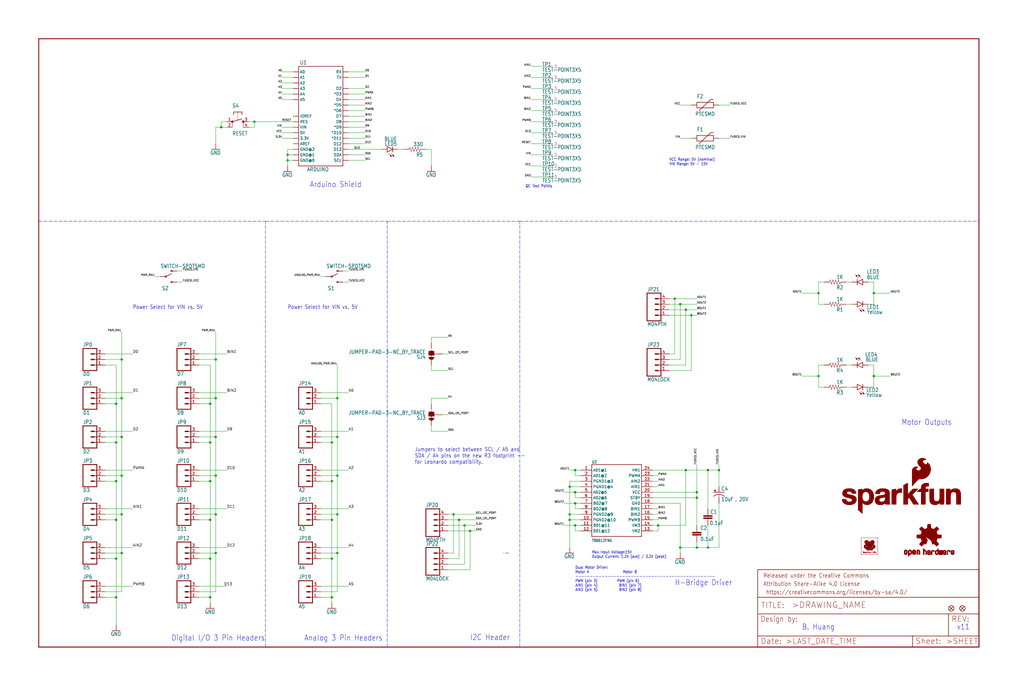
<source format=kicad_sch>
(kicad_sch (version 20211123) (generator eeschema)
  (paper "User" 470.306 317.906)
  (lib_symbols
    (symbol "eagleSchem-eagle-import:0.1UF-25V-5%(0603)"
      (property "Reference" "C" (at 1.524 2.921 0))
      (property "Value" "0.1UF-25V-5%(0603)" (at 1.524 -2.159 0))
      (symbol "0.1UF-25V-5%(0603)_1_0"
        (pin passive line (at 0 5.08 270) (length 2.54) (name "1") (number "1"))
        (pin passive line (at 0 -2.54 90) (length 2.54) (name "2") (number "2"))
      )
    )
    (symbol "eagleSchem-eagle-import:10UF-20V-10%(TANT)"
      (property "Reference" "C" (at 1.016 0.635 0))
      (property "Value" "10UF-20V-10%(TANT)" (at 1.016 -4.191 0))
      (symbol "10UF-20V-10%(TANT)_1_0"
        (pin passive line (at 0 2.54 270) (length 2.54) (name "+") (number "A"))
        (pin passive line (at 0 -5.08 90) (length 2.54) (name "-") (number "C"))
      )
    )
    (symbol "eagleSchem-eagle-import:1KOHM-1{slash}10W-1%(0603)"
      (property "Reference" "R" (at -3.81 1.4986 0))
      (property "Value" "1KOHM-1{slash}10W-1%(0603)" (at -3.81 -3.302 0))
      (symbol "1KOHM-1{slash}10W-1%(0603)_1_0"
        (pin passive line (at -5.08 0 0) (length 2.54) (name "1") (number "1"))
        (pin passive line (at 5.08 0 180) (length 2.54) (name "2") (number "2"))
      )
    )
    (symbol "eagleSchem-eagle-import:330OHM1{slash}10W1%(0603)"
      (property "Reference" "R" (at -3.81 1.4986 0))
      (property "Value" "330OHM1{slash}10W1%(0603)" (at -3.81 -3.302 0))
      (symbol "330OHM1{slash}10W1%(0603)_1_0"
        (pin passive line (at -5.08 0 0) (length 2.54) (name "1") (number "1"))
        (pin passive line (at 5.08 0 180) (length 2.54) (name "2") (number "2"))
      )
    )
    (symbol "eagleSchem-eagle-import:ARDUINO_R3_SHIELDUNO_R3_SHIELD_NOLABELS_LOCK"
      (property "Reference" "J" (at -9.652 21.082 0))
      (property "Value" "ARDUINO_R3_SHIELDUNO_R3_SHIELD_NOLABELS_LOCK" (at -6.35 -27.94 0))
      (symbol "ARDUINO_R3_SHIELDUNO_R3_SHIELD_NOLABELS_LOCK_1_0"
        (pin bidirectional line (at -12.7 -12.7 0) (length 2.54) (name "3.3V") (number "3.3V"))
        (pin bidirectional line (at -12.7 -10.16 0) (length 2.54) (name "5V") (number "5V"))
        (pin bidirectional line (at -12.7 17.78 0) (length 2.54) (name "A0") (number "A0"))
        (pin bidirectional line (at -12.7 15.24 0) (length 2.54) (name "A1") (number "A1"))
        (pin bidirectional line (at -12.7 12.7 0) (length 2.54) (name "A2") (number "A2"))
        (pin bidirectional line (at -12.7 10.16 0) (length 2.54) (name "A3") (number "A3"))
        (pin bidirectional line (at -12.7 7.62 0) (length 2.54) (name "A4") (number "A4"))
        (pin bidirectional line (at -12.7 5.08 0) (length 2.54) (name "A5") (number "A5"))
        (pin bidirectional line (at -12.7 -15.24 0) (length 2.54) (name "AREF") (number "AREF"))
        (pin bidirectional line (at 12.7 -10.16 180) (length 2.54) (name "*D10") (number "D10"))
        (pin bidirectional line (at 12.7 -12.7 180) (length 2.54) (name "*D11") (number "D11"))
        (pin bidirectional line (at 12.7 -15.24 180) (length 2.54) (name "D12") (number "D12"))
        (pin bidirectional line (at 12.7 -17.78 180) (length 2.54) (name "D13") (number "D13"))
        (pin bidirectional line (at 12.7 10.16 180) (length 2.54) (name "D2") (number "D2"))
        (pin bidirectional line (at 12.7 7.62 180) (length 2.54) (name "*D3") (number "D3"))
        (pin bidirectional line (at 12.7 5.08 180) (length 2.54) (name "D4") (number "D4"))
        (pin bidirectional line (at 12.7 2.54 180) (length 2.54) (name "*D5") (number "D5"))
        (pin bidirectional line (at 12.7 0 180) (length 2.54) (name "*D6") (number "D6"))
        (pin bidirectional line (at 12.7 -2.54 180) (length 2.54) (name "D7") (number "D7"))
        (pin bidirectional line (at 12.7 -5.08 180) (length 2.54) (name "D8") (number "D8"))
        (pin bidirectional line (at 12.7 -7.62 180) (length 2.54) (name "*D9") (number "D9"))
        (pin bidirectional line (at -12.7 -22.86 0) (length 2.54) (name "GND@0") (number "GND@0"))
        (pin bidirectional line (at -12.7 -20.32 0) (length 2.54) (name "GND@1") (number "GND@1"))
        (pin bidirectional line (at -12.7 -17.78 0) (length 2.54) (name "GND@2") (number "GND@2"))
        (pin bidirectional line (at -12.7 -2.54 0) (length 2.54) (name "IOREF") (number "IOREF"))
        (pin bidirectional line (at -12.7 -5.08 0) (length 2.54) (name "RES") (number "RES"))
        (pin bidirectional line (at 12.7 17.78 180) (length 2.54) (name "RX") (number "RX"))
        (pin bidirectional line (at 12.7 -22.86 180) (length 2.54) (name "SCL") (number "SCL"))
        (pin bidirectional line (at 12.7 -20.32 180) (length 2.54) (name "SDA") (number "SDA"))
        (pin bidirectional line (at 12.7 15.24 180) (length 2.54) (name "TX") (number "TX"))
        (pin bidirectional line (at -12.7 -7.62 0) (length 2.54) (name "VIN") (number "VIN"))
      )
    )
    (symbol "eagleSchem-eagle-import:FIDUCIAL1X2")
    (symbol "eagleSchem-eagle-import:FRAME-LEDGER"
      (symbol "FRAME-LEDGER_2_0"
        (text " https://creativecommons.org/licenses/by-sa/4.0/" (at 2.54 24.13 0) (effects (font (size 1.9304 1.6408)) (justify left bottom)))
        (text ">DRAWING_NAME" (at 15.494 17.78 0) (effects (font (size 2.7432 2.7432)) (justify left bottom)))
        (text ">LAST_DATE_TIME" (at 12.7 1.27 0) (effects (font (size 2.54 2.54)) (justify left bottom)))
        (text ">SHEET" (at 86.36 1.27 0) (effects (font (size 2.54 2.54)) (justify left bottom)))
        (text "Attribution Share-Alike 4.0 License" (at 2.54 27.94 0) (effects (font (size 1.9304 1.6408)) (justify left bottom)))
        (text "Date:" (at 1.27 1.27 0) (effects (font (size 2.54 2.54)) (justify left bottom)))
        (text "Design by:" (at 1.27 11.43 0) (effects (font (size 2.54 2.159)) (justify left bottom)))
        (text "Released under the Creative Commons" (at 2.54 31.75 0) (effects (font (size 1.9304 1.6408)) (justify left bottom)))
        (text "REV:" (at 88.9 11.43 0) (effects (font (size 2.54 2.54)) (justify left bottom)))
        (text "Sheet:" (at 72.39 1.27 0) (effects (font (size 2.54 2.54)) (justify left bottom)))
        (text "TITLE:" (at 1.524 17.78 0) (effects (font (size 2.54 2.54)) (justify left bottom)))
      )
    )
    (symbol "eagleSchem-eagle-import:GND" (power)
      (property "Value" "GND" (at -2.54 -2.54 0))
      (symbol "GND_1_0"
        (pin power_in line (at 0 2.54 270) (length 2.54) (name "GND") (number "1"))
      )
    )
    (symbol "eagleSchem-eagle-import:JUMPER-PAD-3-NC_BY_TRACE"
      (property "Reference" "SJ" (at 2.54 0.381 0))
      (property "Value" "JUMPER-PAD-3-NC_BY_TRACE" (at 2.54 -1.905 0))
      (symbol "JUMPER-PAD-3-NC_BY_TRACE_1_0"
        (pin passive line (at 0 5.08 270) (length 2.54) (name "1") (number "1"))
        (pin passive line (at -5.08 0 0) (length 2.54) (name "2") (number "2"))
        (pin passive line (at 0 -5.08 90) (length 2.54) (name "3") (number "3"))
      )
    )
    (symbol "eagleSchem-eagle-import:LED-BLUE0603"
      (property "Reference" "D" (at 3.556 -4.572 90))
      (property "Value" "LED-BLUE0603" (at 5.715 -4.572 90))
      (symbol "LED-BLUE0603_1_0"
        (pin passive line (at 0 2.54 270) (length 2.54) (name "A") (number "A"))
        (pin passive line (at 0 -5.08 90) (length 2.54) (name "C") (number "C"))
      )
    )
    (symbol "eagleSchem-eagle-import:LED-YELLOW0603"
      (property "Reference" "D" (at 3.556 -4.572 90))
      (property "Value" "LED-YELLOW0603" (at 5.715 -4.572 90))
      (symbol "LED-YELLOW0603_1_0"
        (pin passive line (at 0 2.54 270) (length 2.54) (name "A") (number "A"))
        (pin passive line (at 0 -5.08 90) (length 2.54) (name "C") (number "C"))
      )
    )
    (symbol "eagleSchem-eagle-import:M03LOCK"
      (property "Reference" "JP" (at -2.54 5.842 0))
      (property "Value" "M03LOCK" (at -2.54 -7.62 0))
      (symbol "M03LOCK_1_0"
        (pin passive line (at 7.62 -2.54 180) (length 5.08) (name "1") (number "1"))
        (pin passive line (at 7.62 0 180) (length 5.08) (name "2") (number "2"))
        (pin passive line (at 7.62 2.54 180) (length 5.08) (name "3") (number "3"))
      )
    )
    (symbol "eagleSchem-eagle-import:M04LOCK"
      (property "Reference" "JP" (at -5.08 8.382 0))
      (property "Value" "M04LOCK" (at -5.08 -7.62 0))
      (symbol "M04LOCK_1_0"
        (pin passive line (at 5.08 -2.54 180) (length 5.08) (name "1") (number "1"))
        (pin passive line (at 5.08 0 180) (length 5.08) (name "2") (number "2"))
        (pin passive line (at 5.08 2.54 180) (length 5.08) (name "3") (number "3"))
        (pin passive line (at 5.08 5.08 180) (length 5.08) (name "4") (number "4"))
      )
    )
    (symbol "eagleSchem-eagle-import:M04PTH"
      (property "Reference" "JP" (at -5.08 8.382 0))
      (property "Value" "M04PTH" (at -5.08 -7.62 0))
      (symbol "M04PTH_1_0"
        (pin passive line (at 5.08 -2.54 180) (length 5.08) (name "1") (number "1"))
        (pin passive line (at 5.08 0 180) (length 5.08) (name "2") (number "2"))
        (pin passive line (at 5.08 2.54 180) (length 5.08) (name "3") (number "3"))
        (pin passive line (at 5.08 5.08 180) (length 5.08) (name "4") (number "4"))
      )
    )
    (symbol "eagleSchem-eagle-import:OSHW-LOGOM")
    (symbol "eagleSchem-eagle-import:PTCSMD"
      (property "Reference" "F" (at -2.54 3.048 0))
      (property "Value" "PTCSMD" (at -3.302 -5.08 0))
      (symbol "PTCSMD_1_0"
        (pin bidirectional line (at -5.08 0 0) (length 2.54) (name "1") (number "1"))
        (pin bidirectional line (at 7.62 0 180) (length 2.54) (name "2") (number "2"))
      )
    )
    (symbol "eagleSchem-eagle-import:SFE_LOGO_FLAME.2COP")
    (symbol "eagleSchem-eagle-import:SFE_LOGO_NAME_FLAME.1_INCH")
    (symbol "eagleSchem-eagle-import:SFE_LUDUSSFE_LUDUS-M"
      (symbol "SFE_LUDUSSFE_LUDUS-M_1_0"
        (text "Sparkfun EDU" (at 3.81 0.635 0) (effects (font (size 0.6096 0.6096)) (justify bottom)))
      )
    )
    (symbol "eagleSchem-eagle-import:SWITCH-SPDTSMD"
      (property "Reference" "S" (at -1.905 -6.35 0))
      (property "Value" "SWITCH-SPDTSMD" (at -2.54 3.81 0))
      (symbol "SWITCH-SPDTSMD_1_0"
        (pin passive line (at 5.08 2.54 180) (length 2.54) (name "O") (number "1"))
        (pin passive line (at -2.54 0 0) (length 2.54) (name "P") (number "2"))
        (pin passive line (at 5.08 -2.54 180) (length 2.54) (name "S") (number "3"))
      )
    )
    (symbol "eagleSchem-eagle-import:TAC_SWITCHSMD"
      (property "Reference" "S" (at -2.54 6.35 0))
      (property "Value" "TAC_SWITCHSMD" (at -2.54 -6.35 0))
      (symbol "TAC_SWITCHSMD_1_0"
        (pin passive line (at -5.08 0 0) (length 2.54) (name "1") (number "1"))
        (pin passive line (at -5.08 -2.54 0) (length 2.54) (name "2") (number "2"))
        (pin passive line (at 5.08 0 180) (length 2.54) (name "3") (number "3"))
        (pin passive line (at 5.08 -2.54 180) (length 2.54) (name "4") (number "4"))
      )
    )
    (symbol "eagleSchem-eagle-import:TB6612FNG"
      (property "Value" "TB6612FNG" (at -12.7 -20.32 0))
      (symbol "TB6612FNG_1_0"
        (pin bidirectional line (at -17.78 12.7 0) (length 5.08) (name "A01@1") (number "1"))
        (pin bidirectional line (at -17.78 -10.16 0) (length 5.08) (name "PGND2@10") (number "10"))
        (pin bidirectional line (at -17.78 -12.7 0) (length 5.08) (name "B01@11") (number "11"))
        (pin bidirectional line (at -17.78 -15.24 0) (length 5.08) (name "B01@12") (number "12"))
        (pin bidirectional line (at 15.24 -15.24 180) (length 5.08) (name "VM2") (number "13"))
        (pin bidirectional line (at 15.24 -12.7 180) (length 5.08) (name "VM3") (number "14"))
        (pin bidirectional line (at 15.24 -10.16 180) (length 5.08) (name "PWMB") (number "15"))
        (pin bidirectional line (at 15.24 -7.62 180) (length 5.08) (name "BIN2") (number "16"))
        (pin bidirectional line (at 15.24 -5.08 180) (length 5.08) (name "BIN1") (number "17"))
        (pin bidirectional line (at 15.24 -2.54 180) (length 5.08) (name "GND") (number "18"))
        (pin bidirectional line (at 15.24 0 180) (length 5.08) (name "STBY") (number "19"))
        (pin bidirectional line (at -17.78 10.16 0) (length 5.08) (name "A01@2") (number "2"))
        (pin bidirectional line (at 15.24 2.54 180) (length 5.08) (name "VCC") (number "20"))
        (pin bidirectional line (at 15.24 5.08 180) (length 5.08) (name "AIN1") (number "21"))
        (pin bidirectional line (at 15.24 7.62 180) (length 5.08) (name "AIN2") (number "22"))
        (pin bidirectional line (at 15.24 10.16 180) (length 5.08) (name "PWMA") (number "23"))
        (pin bidirectional line (at 15.24 12.7 180) (length 5.08) (name "VM1") (number "24"))
        (pin bidirectional line (at -17.78 7.62 0) (length 5.08) (name "PGND1@3") (number "3"))
        (pin bidirectional line (at -17.78 5.08 0) (length 5.08) (name "PGND1@4") (number "4"))
        (pin bidirectional line (at -17.78 2.54 0) (length 5.08) (name "A02@5") (number "5"))
        (pin bidirectional line (at -17.78 0 0) (length 5.08) (name "A02@6") (number "6"))
        (pin bidirectional line (at -17.78 -2.54 0) (length 5.08) (name "B02@7") (number "7"))
        (pin bidirectional line (at -17.78 -5.08 0) (length 5.08) (name "B02@8") (number "8"))
        (pin bidirectional line (at -17.78 -7.62 0) (length 5.08) (name "PGND2@9") (number "9"))
      )
    )
    (symbol "eagleSchem-eagle-import:TEST-POINT3X5"
      (property "Reference" "TP" (at -2.54 2.54 0))
      (property "Value" "TEST-POINT3X5" (at -2.54 -2.54 0))
      (symbol "TEST-POINT3X5_1_0"
        (pin bidirectional line (at 0 0 180) (length 0) (name "1") (number "P$1"))
      )
    )
  )
  (junction (at 53.34 185.42))
  (junction (at 116.84 55.88))
  (junction (at 261.62 223.52))
  (junction (at 302.26 241.3))
  (junction (at 53.34 203.2))
  (junction (at 99.06 218.44))
  (junction (at 320.04 251.46))
  (junction (at 330.2 215.9))
  (junction (at 152.4 220.98))
  (junction (at 314.96 215.9))
  (junction (at 99.06 182.88))
  (junction (at 55.88 182.88))
  (junction (at 53.34 274.32))
  (junction (at 99.06 200.66))
  (junction (at 96.52 274.32))
  (junction (at 208.28 236.22))
  (junction (at 401.32 172.72))
  (junction (at 53.34 256.54))
  (junction (at 99.06 165.1))
  (junction (at 309.88 137.16))
  (junction (at 152.4 274.32))
  (junction (at 152.4 256.54))
  (junction (at 55.88 254))
  (junction (at 320.04 228.6))
  (junction (at 264.16 231.14))
  (junction (at 96.52 203.2))
  (junction (at 401.32 134.62))
  (junction (at 152.4 203.2))
  (junction (at 132.08 71.12))
  (junction (at 99.06 236.22))
  (junction (at 55.88 236.22))
  (junction (at 264.16 215.9))
  (junction (at 375.92 172.72))
  (junction (at 96.52 220.98))
  (junction (at 314.96 142.24))
  (junction (at 96.52 256.54))
  (junction (at 154.94 236.22))
  (junction (at 154.94 218.44))
  (junction (at 264.16 226.06))
  (junction (at 55.88 218.44))
  (junction (at 261.62 238.76))
  (junction (at 96.52 185.42))
  (junction (at 96.52 238.76))
  (junction (at 55.88 165.1))
  (junction (at 320.04 226.06))
  (junction (at 317.5 144.78))
  (junction (at 53.34 220.98))
  (junction (at 132.08 73.66))
  (junction (at 325.12 251.46))
  (junction (at 261.62 236.22))
  (junction (at 312.42 139.7))
  (junction (at 312.42 251.46))
  (junction (at 154.94 182.88))
  (junction (at 154.94 254))
  (junction (at 375.92 134.62))
  (junction (at 55.88 200.66))
  (junction (at 325.12 215.9))
  (junction (at 99.06 254))
  (junction (at 154.94 200.66))
  (junction (at 264.16 241.3))
  (junction (at 152.4 238.76))
  (junction (at 215.9 243.84))
  (junction (at 53.34 238.76))
  (junction (at 213.36 241.3))
  (junction (at 210.82 238.76))
  (junction (at 101.6 58.42))
  (wire (pts (xy 208.28 254) (xy 208.28 236.22)))
  (wire (pts (xy 398.78 177.8) (xy 401.32 177.8)))
  (wire (pts (xy 261.62 236.22) (xy 261.62 238.76)))
  (wire (pts (xy 154.94 236.22) (xy 154.94 218.44)))
  (wire (pts (xy 299.72 236.22) (xy 302.26 236.22)))
  (wire (pts (xy 205.74 259.08) (xy 213.36 259.08)))
  (wire (pts (xy 317.5 170.18) (xy 307.34 170.18)))
  (wire (pts (xy 91.44 200.66) (xy 99.06 200.66)))
  (wire (pts (xy 320.04 251.46) (xy 312.42 251.46)))
  (wire (pts (xy 134.62 33.02) (xy 129.54 33.02)))
  (wire (pts (xy 147.32 236.22) (xy 154.94 236.22)))
  (wire (pts (xy 53.34 185.42) (xy 53.34 203.2)))
  (wire (pts (xy 53.34 256.54) (xy 53.34 274.32)))
  (wire (pts (xy 96.52 167.64) (xy 96.52 185.42)))
  (wire (pts (xy 55.88 200.66) (xy 55.88 182.88)))
  (wire (pts (xy 134.62 73.66) (xy 132.08 73.66)))
  (wire (pts (xy 55.88 182.88) (xy 55.88 165.1)))
  (wire (pts (xy 198.12 167.64) (xy 198.12 170.18)))
  (wire (pts (xy 53.34 238.76) (xy 53.34 256.54)))
  (wire (pts (xy 251.46 35.56) (xy 243.84 35.56)))
  (wire (pts (xy 134.62 68.58) (xy 132.08 68.58)))
  (wire (pts (xy 299.72 243.84) (xy 302.26 243.84)))
  (wire (pts (xy 154.94 182.88) (xy 154.94 167.64)))
  (wire (pts (xy 264.16 226.06) (xy 264.16 228.6)))
  (wire (pts (xy 53.34 167.64) (xy 53.34 185.42)))
  (wire (pts (xy 198.12 185.42) (xy 198.12 182.88)))
  (wire (pts (xy 96.52 256.54) (xy 96.52 238.76)))
  (wire (pts (xy 99.06 218.44) (xy 99.06 200.66)))
  (wire (pts (xy 55.88 254) (xy 55.88 236.22)))
  (wire (pts (xy 152.4 220.98) (xy 147.32 220.98)))
  (wire (pts (xy 299.72 238.76) (xy 302.26 238.76)))
  (wire (pts (xy 147.32 274.32) (xy 152.4 274.32)))
  (wire (pts (xy 203.2 190.5) (xy 205.74 190.5)))
  (wire (pts (xy 91.44 185.42) (xy 96.52 185.42)))
  (wire (pts (xy 299.72 215.9) (xy 314.96 215.9)))
  (wire (pts (xy 378.46 139.7) (xy 375.92 139.7)))
  (wire (pts (xy 299.72 226.06) (xy 320.04 226.06)))
  (wire (pts (xy 266.7 238.76) (xy 261.62 238.76)))
  (wire (pts (xy 91.44 165.1) (xy 99.06 165.1)))
  (wire (pts (xy 309.88 137.16) (xy 320.04 137.16)))
  (wire (pts (xy 55.88 218.44) (xy 55.88 200.66)))
  (wire (pts (xy 375.92 139.7) (xy 375.92 134.62)))
  (wire (pts (xy 266.7 236.22) (xy 261.62 236.22)))
  (wire (pts (xy 81.28 129.54) (xy 83.82 129.54)))
  (wire (pts (xy 330.2 48.26) (xy 335.28 48.26)))
  (wire (pts (xy 325.12 215.9) (xy 325.12 233.68)))
  (wire (pts (xy 48.26 233.68) (xy 60.96 233.68)))
  (wire (pts (xy 320.04 228.6) (xy 320.04 241.3)))
  (wire (pts (xy 132.08 68.58) (xy 132.08 71.12)))
  (polyline (pts (xy 175.26 297.18) (xy 177.8 297.18)))
  (wire (pts (xy 147.32 215.9) (xy 160.02 215.9)))
  (wire (pts (xy 261.62 238.76) (xy 261.62 251.46)))
  (wire (pts (xy 99.06 165.1) (xy 99.06 152.4)))
  (wire (pts (xy 104.14 58.42) (xy 101.6 58.42)))
  (polyline (pts (xy 177.8 101.6) (xy 238.76 101.6)))
  (wire (pts (xy 312.42 165.1) (xy 307.34 165.1)))
  (wire (pts (xy 48.26 185.42) (xy 53.34 185.42)))
  (wire (pts (xy 160.02 45.72) (xy 167.64 45.72)))
  (wire (pts (xy 205.74 241.3) (xy 213.36 241.3)))
  (wire (pts (xy 91.44 236.22) (xy 99.06 236.22)))
  (wire (pts (xy 160.02 58.42) (xy 167.64 58.42)))
  (wire (pts (xy 134.62 60.96) (xy 129.54 60.96)))
  (wire (pts (xy 147.32 269.24) (xy 160.02 269.24)))
  (wire (pts (xy 147.32 203.2) (xy 152.4 203.2)))
  (wire (pts (xy 160.02 43.18) (xy 167.64 43.18)))
  (wire (pts (xy 152.4 203.2) (xy 152.4 220.98)))
  (wire (pts (xy 198.12 182.88) (xy 205.74 182.88)))
  (wire (pts (xy 388.62 177.8) (xy 391.16 177.8)))
  (wire (pts (xy 99.06 200.66) (xy 99.06 182.88)))
  (wire (pts (xy 261.62 223.52) (xy 261.62 236.22)))
  (wire (pts (xy 91.44 198.12) (xy 104.14 198.12)))
  (wire (pts (xy 266.7 233.68) (xy 264.16 233.68)))
  (wire (pts (xy 320.04 226.06) (xy 320.04 228.6)))
  (wire (pts (xy 99.06 236.22) (xy 99.06 218.44)))
  (wire (pts (xy 114.3 55.88) (xy 116.84 55.88)))
  (wire (pts (xy 157.48 129.54) (xy 160.02 129.54)))
  (wire (pts (xy 91.44 182.88) (xy 99.06 182.88)))
  (wire (pts (xy 48.26 271.78) (xy 55.88 271.78)))
  (wire (pts (xy 251.46 66.04) (xy 243.84 66.04)))
  (wire (pts (xy 264.16 241.3) (xy 259.08 241.3)))
  (wire (pts (xy 205.74 236.22) (xy 208.28 236.22)))
  (wire (pts (xy 147.32 218.44) (xy 154.94 218.44)))
  (wire (pts (xy 134.62 40.64) (xy 129.54 40.64)))
  (wire (pts (xy 147.32 198.12) (xy 160.02 198.12)))
  (wire (pts (xy 251.46 45.72) (xy 243.84 45.72)))
  (wire (pts (xy 266.7 215.9) (xy 264.16 215.9)))
  (wire (pts (xy 320.04 226.06) (xy 320.04 213.36)))
  (wire (pts (xy 325.12 251.46) (xy 325.12 241.3)))
  (wire (pts (xy 251.46 76.2) (xy 243.84 76.2)))
  (polyline (pts (xy 238.76 297.18) (xy 238.76 101.6)))
  (wire (pts (xy 198.12 198.12) (xy 205.74 198.12)))
  (wire (pts (xy 251.46 71.12) (xy 243.84 71.12)))
  (wire (pts (xy 154.94 271.78) (xy 154.94 254)))
  (wire (pts (xy 154.94 218.44) (xy 154.94 200.66)))
  (wire (pts (xy 401.32 177.8) (xy 401.32 172.72)))
  (wire (pts (xy 147.32 200.66) (xy 154.94 200.66)))
  (wire (pts (xy 302.26 243.84) (xy 302.26 241.3)))
  (wire (pts (xy 312.42 139.7) (xy 320.04 139.7)))
  (wire (pts (xy 157.48 124.46) (xy 160.02 124.46)))
  (wire (pts (xy 251.46 40.64) (xy 243.84 40.64)))
  (wire (pts (xy 251.46 30.48) (xy 243.84 30.48)))
  (wire (pts (xy 208.28 236.22) (xy 218.44 236.22)))
  (wire (pts (xy 160.02 35.56) (xy 167.64 35.56)))
  (wire (pts (xy 147.32 180.34) (xy 160.02 180.34)))
  (wire (pts (xy 264.16 226.06) (xy 259.08 226.06)))
  (wire (pts (xy 101.6 58.42) (xy 99.06 58.42)))
  (wire (pts (xy 266.7 226.06) (xy 264.16 226.06)))
  (wire (pts (xy 147.32 271.78) (xy 154.94 271.78)))
  (wire (pts (xy 205.74 254) (xy 208.28 254)))
  (wire (pts (xy 378.46 177.8) (xy 375.92 177.8)))
  (wire (pts (xy 375.92 172.72) (xy 375.92 167.64)))
  (wire (pts (xy 160.02 50.8) (xy 167.64 50.8)))
  (wire (pts (xy 152.4 238.76) (xy 152.4 220.98)))
  (wire (pts (xy 116.84 55.88) (xy 134.62 55.88)))
  (wire (pts (xy 91.44 218.44) (xy 99.06 218.44)))
  (wire (pts (xy 330.2 215.9) (xy 330.2 213.36)))
  (wire (pts (xy 91.44 274.32) (xy 96.52 274.32)))
  (wire (pts (xy 91.44 162.56) (xy 104.14 162.56)))
  (wire (pts (xy 198.12 195.58) (xy 198.12 198.12)))
  (wire (pts (xy 266.7 241.3) (xy 264.16 241.3)))
  (wire (pts (xy 152.4 274.32) (xy 152.4 256.54)))
  (wire (pts (xy 134.62 43.18) (xy 129.54 43.18)))
  (wire (pts (xy 401.32 167.64) (xy 398.78 167.64)))
  (wire (pts (xy 314.96 142.24) (xy 320.04 142.24)))
  (wire (pts (xy 101.6 55.88) (xy 104.14 55.88)))
  (wire (pts (xy 160.02 60.96) (xy 167.64 60.96)))
  (wire (pts (xy 48.26 198.12) (xy 60.96 198.12)))
  (wire (pts (xy 398.78 139.7) (xy 401.32 139.7)))
  (wire (pts (xy 91.44 215.9) (xy 104.14 215.9)))
  (wire (pts (xy 91.44 269.24) (xy 104.14 269.24)))
  (wire (pts (xy 213.36 259.08) (xy 213.36 241.3)))
  (wire (pts (xy 147.32 182.88) (xy 154.94 182.88)))
  (wire (pts (xy 154.94 254) (xy 154.94 236.22)))
  (wire (pts (xy 99.06 271.78) (xy 99.06 254)))
  (wire (pts (xy 53.34 220.98) (xy 48.26 220.98)))
  (wire (pts (xy 401.32 134.62) (xy 401.32 129.54)))
  (wire (pts (xy 147.32 254) (xy 154.94 254)))
  (wire (pts (xy 198.12 76.2) (xy 198.12 68.58)))
  (polyline (pts (xy 238.76 101.6) (xy 449.58 101.6)))
  (wire (pts (xy 375.92 134.62) (xy 375.92 129.54)))
  (wire (pts (xy 375.92 129.54) (xy 378.46 129.54)))
  (wire (pts (xy 147.32 185.42) (xy 152.4 185.42)))
  (wire (pts (xy 48.26 254) (xy 55.88 254)))
  (wire (pts (xy 251.46 60.96) (xy 243.84 60.96)))
  (wire (pts (xy 215.9 261.62) (xy 215.9 243.84)))
  (wire (pts (xy 132.08 73.66) (xy 132.08 76.2)))
  (wire (pts (xy 375.92 134.62) (xy 368.3 134.62)))
  (wire (pts (xy 134.62 58.42) (xy 129.54 58.42)))
  (wire (pts (xy 48.26 238.76) (xy 53.34 238.76)))
  (wire (pts (xy 388.62 167.64) (xy 391.16 167.64)))
  (wire (pts (xy 299.72 233.68) (xy 302.26 233.68)))
  (polyline (pts (xy 233.68 254) (xy 231.14 254)))
  (wire (pts (xy 266.7 228.6) (xy 264.16 228.6)))
  (wire (pts (xy 330.2 251.46) (xy 325.12 251.46)))
  (wire (pts (xy 91.44 220.98) (xy 96.52 220.98)))
  (wire (pts (xy 264.16 231.14) (xy 264.16 233.68)))
  (wire (pts (xy 205.74 238.76) (xy 210.82 238.76)))
  (wire (pts (xy 205.74 261.62) (xy 215.9 261.62)))
  (polyline (pts (xy 121.92 297.18) (xy 121.92 101.6)))
  (wire (pts (xy 160.02 63.5) (xy 167.64 63.5)))
  (wire (pts (xy 48.26 180.34) (xy 60.96 180.34)))
  (wire (pts (xy 266.7 220.98) (xy 261.62 220.98)))
  (wire (pts (xy 375.92 172.72) (xy 368.3 172.72)))
  (wire (pts (xy 388.62 129.54) (xy 391.16 129.54)))
  (wire (pts (xy 264.16 231.14) (xy 259.08 231.14)))
  (wire (pts (xy 251.46 55.88) (xy 243.84 55.88)))
  (wire (pts (xy 320.04 248.92) (xy 320.04 251.46)))
  (wire (pts (xy 299.72 228.6) (xy 320.04 228.6)))
  (wire (pts (xy 205.74 256.54) (xy 210.82 256.54)))
  (wire (pts (xy 198.12 68.58) (xy 195.58 68.58)))
  (wire (pts (xy 160.02 71.12) (xy 167.64 71.12)))
  (wire (pts (xy 401.32 134.62) (xy 408.94 134.62)))
  (wire (pts (xy 314.96 167.64) (xy 307.34 167.64)))
  (wire (pts (xy 388.62 139.7) (xy 391.16 139.7)))
  (wire (pts (xy 99.06 58.42) (xy 99.06 66.04)))
  (wire (pts (xy 152.4 276.86) (xy 152.4 274.32)))
  (wire (pts (xy 91.44 233.68) (xy 104.14 233.68)))
  (wire (pts (xy 210.82 238.76) (xy 218.44 238.76)))
  (wire (pts (xy 134.62 63.5) (xy 129.54 63.5)))
  (wire (pts (xy 312.42 139.7) (xy 312.42 165.1)))
  (wire (pts (xy 264.16 215.9) (xy 264.16 218.44)))
  (wire (pts (xy 307.34 162.56) (xy 309.88 162.56)))
  (wire (pts (xy 307.34 144.78) (xy 317.5 144.78)))
  (wire (pts (xy 53.34 274.32) (xy 53.34 287.02)))
  (wire (pts (xy 160.02 53.34) (xy 167.64 53.34)))
  (wire (pts (xy 160.02 66.04) (xy 167.64 66.04)))
  (wire (pts (xy 317.5 48.26) (xy 312.42 48.26)))
  (wire (pts (xy 314.96 241.3) (xy 314.96 215.9)))
  (wire (pts (xy 175.26 68.58) (xy 160.02 68.58)))
  (wire (pts (xy 330.2 231.14) (xy 330.2 251.46)))
  (wire (pts (xy 48.26 165.1) (xy 55.88 165.1)))
  (wire (pts (xy 48.26 274.32) (xy 53.34 274.32)))
  (wire (pts (xy 401.32 139.7) (xy 401.32 134.62)))
  (wire (pts (xy 132.08 71.12) (xy 132.08 73.66)))
  (wire (pts (xy 149.86 127) (xy 147.32 127)))
  (wire (pts (xy 375.92 167.64) (xy 378.46 167.64)))
  (wire (pts (xy 147.32 256.54) (xy 152.4 256.54)))
  (wire (pts (xy 91.44 167.64) (xy 96.52 167.64)))
  (wire (pts (xy 251.46 81.28) (xy 243.84 81.28)))
  (wire (pts (xy 91.44 254) (xy 99.06 254)))
  (polyline (pts (xy 177.8 297.18) (xy 177.8 101.6)))
  (wire (pts (xy 147.32 238.76) (xy 152.4 238.76)))
  (wire (pts (xy 266.7 231.14) (xy 264.16 231.14)))
  (wire (pts (xy 116.84 58.42) (xy 116.84 55.88)))
  (wire (pts (xy 48.26 200.66) (xy 55.88 200.66)))
  (wire (pts (xy 251.46 50.8) (xy 243.84 50.8)))
  (wire (pts (xy 401.32 129.54) (xy 398.78 129.54)))
  (wire (pts (xy 160.02 40.64) (xy 167.64 40.64)))
  (wire (pts (xy 210.82 256.54) (xy 210.82 238.76)))
  (wire (pts (xy 299.72 220.98) (xy 302.26 220.98)))
  (wire (pts (xy 134.62 38.1) (xy 129.54 38.1)))
  (wire (pts (xy 299.72 223.52) (xy 302.26 223.52)))
  (wire (pts (xy 317.5 144.78) (xy 317.5 170.18)))
  (wire (pts (xy 81.28 124.46) (xy 83.82 124.46)))
  (wire (pts (xy 55.88 254) (xy 55.88 271.78)))
  (wire (pts (xy 91.44 238.76) (xy 96.52 238.76)))
  (wire (pts (xy 48.26 182.88) (xy 55.88 182.88)))
  (wire (pts (xy 48.26 167.64) (xy 53.34 167.64)))
  (wire (pts (xy 96.52 220.98) (xy 96.52 203.2)))
  (wire (pts (xy 309.88 162.56) (xy 309.88 137.16)))
  (wire (pts (xy 266.7 218.44) (xy 264.16 218.44)))
  (wire (pts (xy 48.26 269.24) (xy 60.96 269.24)))
  (wire (pts (xy 114.3 58.42) (xy 116.84 58.42)))
  (wire (pts (xy 312.42 251.46) (xy 312.42 254)))
  (wire (pts (xy 53.34 203.2) (xy 53.34 220.98)))
  (wire (pts (xy 147.32 251.46) (xy 160.02 251.46)))
  (wire (pts (xy 213.36 241.3) (xy 218.44 241.3)))
  (wire (pts (xy 198.12 157.48) (xy 198.12 154.94)))
  (wire (pts (xy 154.94 200.66) (xy 154.94 182.88)))
  (wire (pts (xy 48.26 203.2) (xy 53.34 203.2)))
  (wire (pts (xy 160.02 48.26) (xy 167.64 48.26)))
  (wire (pts (xy 264.16 215.9) (xy 261.62 215.9)))
  (wire (pts (xy 96.52 276.86) (xy 96.52 274.32)))
  (wire (pts (xy 96.52 185.42) (xy 96.52 203.2)))
  (wire (pts (xy 96.52 274.32) (xy 96.52 256.54)))
  (wire (pts (xy 299.72 218.44) (xy 302.26 218.44)))
  (wire (pts (xy 147.32 233.68) (xy 160.02 233.68)))
  (wire (pts (xy 317.5 144.78) (xy 320.04 144.78)))
  (wire (pts (xy 160.02 55.88) (xy 167.64 55.88)))
  (polyline (pts (xy 17.78 101.6) (xy 121.92 101.6)))
  (wire (pts (xy 48.26 236.22) (xy 55.88 236.22)))
  (wire (pts (xy 91.44 271.78) (xy 99.06 271.78)))
  (wire (pts (xy 330.2 215.9) (xy 325.12 215.9)))
  (wire (pts (xy 152.4 238.76) (xy 152.4 256.54)))
  (wire (pts (xy 96.52 203.2) (xy 91.44 203.2)))
  (wire (pts (xy 48.26 218.44) (xy 55.88 218.44)))
  (wire (pts (xy 261.62 220.98) (xy 261.62 223.52)))
  (wire (pts (xy 264.16 241.3) (xy 264.16 243.84)))
  (wire (pts (xy 307.34 139.7) (xy 312.42 139.7)))
  (wire (pts (xy 185.42 68.58) (xy 182.88 68.58)))
  (wire (pts (xy 401.32 172.72) (xy 401.32 167.64)))
  (wire (pts (xy 312.42 231.14) (xy 312.42 251.46)))
  (wire (pts (xy 101.6 58.42) (xy 101.6 55.88)))
  (wire (pts (xy 215.9 243.84) (xy 218.44 243.84)))
  (wire (pts (xy 99.06 182.88) (xy 99.06 165.1)))
  (wire (pts (xy 307.34 137.16) (xy 309.88 137.16)))
  (wire (pts (xy 96.52 220.98) (xy 96.52 238.76)))
  (wire (pts (xy 198.12 154.94) (xy 205.74 154.94)))
  (wire (pts (xy 55.88 236.22) (xy 55.88 218.44)))
  (wire (pts (xy 160.02 33.02) (xy 167.64 33.02)))
  (polyline (pts (xy 236.22 297.18) (xy 238.76 297.18)))
  (wire (pts (xy 312.42 63.5) (xy 317.5 63.5)))
  (wire (pts (xy 99.06 254) (xy 99.06 236.22)))
  (wire (pts (xy 302.26 241.3) (xy 314.96 241.3)))
  (wire (pts (xy 48.26 215.9) (xy 60.96 215.9)))
  (wire (pts (xy 401.32 172.72) (xy 408.94 172.72)))
  (wire (pts (xy 299.72 241.3) (xy 302.26 241.3)))
  (wire (pts (xy 91.44 251.46) (xy 104.14 251.46)))
  (wire (pts (xy 198.12 170.18) (xy 205.74 170.18)))
  (wire (pts (xy 91.44 180.34) (xy 104.14 180.34)))
  (wire (pts (xy 325.12 251.46) (xy 320.04 251.46)))
  (wire (pts (xy 203.2 162.56) (xy 205.74 162.56)))
  (wire (pts (xy 48.26 162.56) (xy 60.96 162.56)))
  (wire (pts (xy 314.96 215.9) (xy 325.12 215.9)))
  (wire (pts (xy 266.7 243.84) (xy 264.16 243.84)))
  (polyline (pts (xy 121.92 101.6) (xy 177.8 101.6)))
  (wire (pts (xy 48.26 256.54) (xy 53.34 256.54)))
  (wire (pts (xy 375.92 177.8) (xy 375.92 172.72)))
  (wire (pts (xy 152.4 185.42) (xy 152.4 203.2)))
  (wire (pts (xy 48.26 251.46) (xy 60.96 251.46)))
  (wire (pts (xy 91.44 256.54) (xy 96.52 256.54)))
  (wire (pts (xy 330.2 223.52) (xy 330.2 215.9)))
  (wire (pts (xy 73.66 127) (xy 71.12 127)))
  (wire (pts (xy 299.72 231.14) (xy 312.42 231.14)))
  (wire (pts (xy 53.34 238.76) (xy 53.34 220.98)))
  (wire (pts (xy 134.62 35.56) (xy 129.54 35.56)))
  (wire (pts (xy 266.7 223.52) (xy 261.62 223.52)))
  (wire (pts (xy 55.88 165.1) (xy 55.88 152.4)))
  (wire (pts (xy 160.02 73.66) (xy 167.64 73.66)))
  (wire (pts (xy 307.34 142.24) (xy 314.96 142.24)))
  (wire (pts (xy 205.74 243.84) (xy 215.9 243.84)))
  (wire (pts (xy 134.62 45.72) (xy 129.54 45.72)))
  (wire (pts (xy 134.62 71.12) (xy 132.08 71.12)))
  (wire (pts (xy 330.2 63.5) (xy 335.28 63.5)))
  (wire (pts (xy 314.96 167.64) (xy 314.96 142.24)))
  (text "Motor Outputs" (at 414.02 195.58 180) (effects (font (size 2.54 2.159)) (justify left bottom)))
  (text "Arduino Shield" (at 142.24 86.36 180) (effects (font (size 2.54 2.159)) (justify left bottom)))
  (text "Max Input Voltage:15V\nOutput Current: 1.2A (ave) / 3.2A (peak)" (at 271.78 256.54 0) (effects (font (size 1.27 1.0795)) (justify left bottom)))
  (text "Power Select for VIN vs. 5V" (at 132.08 142.24 180) (effects (font (size 1.778 1.5113)) (justify left bottom)))
  (text "QC Test Points" (at 241.3 86.36 180) (effects (font (size 1.27 1.0795)) (justify left bottom)))
  (text "I2C Header" (at 215.9 294.386 180) (effects (font (size 2.54 2.159)) (justify left bottom)))
  (text "Dual Motor Driver:\nMotor A                   Motor B\n------------------------------------------------\nPWM (pin 3)           PWM (pin 6)\nAIN1 (pin 4)            BIN1 (pin 7)\nAIN2 (pin 5)            BIN2 (pin 8)" (at 264.16 271.78 0) (effects (font (size 1.27 1.0795)) (justify left bottom)))
  (text "Digital I/O 3 Pin Headers" (at 78.74 294.64 180) (effects (font (size 2.54 2.159)) (justify left bottom)))
  (text "Analog 3 Pin Headers" (at 139.7 294.64 180) (effects (font (size 2.54 2.159)) (justify left bottom)))
  (text "B. Huang" (at 368.3 289.56 180) (effects (font (size 2.54 2.159)) (justify left bottom)))
  (text "v11" (at 439.42 289.56 180) (effects (font (size 2.54 2.159)) (justify left bottom)))
  (text "Power Select for VIN vs. 5V" (at 60.96 142.24 180) (effects (font (size 1.778 1.5113)) (justify left bottom)))
  (text "VCC Range: 5V (nominal)\nVIN Range: 5V - 15V" (at 307.34 76.2 180) (effects (font (size 1.27 1.0795)) (justify left bottom)))
  (text "H-Bridge Driver" (at 309.88 269.24 180) (effects (font (size 2.54 2.159)) (justify left bottom)))
  (text "Jumpers to select between SCL / A5 and\nSDA / A4 pins on the new R3 footprint --\nfor Leonardo compatibility." (at 190.5 213.36 0) (effects (font (size 1.778 1.5113)) (justify left bottom)))
  (label "AIN1" (at 167.64 45.72 0) (effects (font (size 0.889 0.889))))
  (label "A1" (at 160.02 198.12 0) (effects (font (size 1.2446 1.2446))))
  (label "AIN2" (at 167.64 48.26 0) (effects (font (size 0.889 0.889))))
  (label "AIN1" (at 243.84 30.48 180) (effects (font (size 0.889 0.889))))
  (label "PWMA" (at 167.64 43.18 0) (effects (font (size 0.889 0.889))))
  (label "BIN1" (at 167.64 53.34 0) (effects (font (size 0.889 0.889))))
  (label "VIN" (at 312.42 63.5 180) (effects (font (size 0.889 0.889))))
  (label "A3" (at 160.02 233.68 0) (effects (font (size 1.2446 1.2446))))
  (label "RESET" (at 129.54 55.88 0) (effects (font (size 0.889 0.889))))
  (label "BOUT2" (at 320.04 144.78 0) (effects (font (size 0.889 0.889))))
  (label "ANALOG_PWR_RAIL" (at 154.94 167.64 180) (effects (font (size 0.889 0.889))))
  (label "D1" (at 167.64 35.56 0) (effects (font (size 0.889 0.889))))
  (label "RESET" (at 243.84 66.04 180) (effects (font (size 0.889 0.889))))
  (label "D10" (at 167.64 60.96 0) (effects (font (size 0.889 0.889))))
  (label "A5" (at 129.54 45.72 180) (effects (font (size 0.889 0.889))))
  (label "A3" (at 129.54 40.64 180) (effects (font (size 0.889 0.889))))
  (label "D9" (at 104.14 198.12 0) (effects (font (size 1.2446 1.2446))))
  (label "BOUT2" (at 408.94 172.72 0) (effects (font (size 0.889 0.889))))
  (label "FUSED_VIN" (at 335.28 63.5 0) (effects (font (size 0.889 0.889))))
  (label "D13" (at 243.84 60.96 180) (effects (font (size 0.889 0.889))))
  (label "AOUT2" (at 408.94 134.62 0) (effects (font (size 0.889 0.889))))
  (label "A2" (at 160.02 215.9 0) (effects (font (size 1.2446 1.2446))))
  (label "AOUT2" (at 259.08 226.06 180) (effects (font (size 0.889 0.889))))
  (label "BOUT1" (at 368.3 172.72 180) (effects (font (size 0.889 0.889))))
  (label "D1" (at 60.96 180.34 0) (effects (font (size 1.2446 1.2446))))
  (label "3.3V" (at 218.44 241.3 0) (effects (font (size 0.889 0.889))))
  (label "AOUT1" (at 320.04 137.16 0) (effects (font (size 0.889 0.889))))
  (label "D13" (at 102.87 269.24 0) (effects (font (size 1.2446 1.2446))))
  (label "VIN" (at 243.84 71.12 180) (effects (font (size 0.889 0.889))))
  (label "D12" (at 167.64 66.04 0) (effects (font (size 0.889 0.889))))
  (label "ANALOG_PWR_RAIL" (at 147.32 127 180) (effects (font (size 0.889 0.889))))
  (label "PWMA" (at 60.96 215.9 0) (effects (font (size 1.2446 1.2446))))
  (label "SDA" (at 167.64 71.12 0) (effects (font (size 0.889 0.889))))
  (label "AIN2" (at 243.84 35.56 180) (effects (font (size 0.889 0.889))))
  (label "FUSED_VCC" (at 335.28 48.26 0) (effects (font (size 0.889 0.889))))
  (label "AOUT1" (at 261.62 215.9 180) (effects (font (size 0.889 0.889))))
  (label "A0" (at 129.54 33.02 180) (effects (font (size 0.889 0.889))))
  (label "VCC" (at 312.42 48.26 180) (effects (font (size 0.889 0.889))))
  (label "FUSED_VIN" (at 160.02 124.46 0) (effects (font (size 0.889 0.889))))
  (label "PWR_RAIL" (at 71.12 127 180) (effects (font (size 0.889 0.889))))
  (label "D2" (at 60.96 198.12 0) (effects (font (size 1.2446 1.2446))))
  (label "SDA_I2C_PORT" (at 205.74 190.5 0) (effects (font (size 0.889 0.889))))
  (label "GND" (at 218.44 243.84 0) (effects (font (size 0.889 0.889))))
  (label "SCL" (at 167.64 73.66 0) (effects (font (size 0.889 0.889))))
  (label "AIN1" (at 60.96 233.68 0) (effects (font (size 1.2446 1.2446))))
  (label "VCC" (at 129.54 60.96 180) (effects (font (size 0.889 0.889))))
  (label "D11" (at 104.14 233.68 0) (effects (font (size 1.2446 1.2446))))
  (label "PWMA" (at 302.26 218.44 0) (effects (font (size 0.889 0.889))))
  (label "AOUT2" (at 320.04 139.7 0) (effects (font (size 0.889 0.889))))
  (label "GND" (at 243.84 81.28 180) (effects (font (size 0.889 0.889))))
  (label "SCL_I2C_PORT" (at 205.74 162.56 0) (effects (font (size 0.889 0.889))))
  (label "A5" (at 160.02 269.24 0) (effects (font (size 1.2446 1.2446))))
  (label "PWR_RAIL" (at 99.06 152.4 180) (effects (font (size 0.889 0.889))))
  (label "PWMB" (at 60.96 269.24 0) (effects (font (size 1.2446 1.2446))))
  (label "PWMB" (at 302.26 238.76 0) (effects (font (size 0.889 0.889))))
  (label "SDA" (at 205.74 198.12 0) (effects (font (size 0.889 0.889))))
  (label "A5" (at 205.74 154.94 0) (effects (font (size 0.889 0.889))))
  (label "A1" (at 129.54 35.56 180) (effects (font (size 0.889 0.889))))
  (label "SCL_I2C_PORT" (at 218.44 236.22 0) (effects (font (size 0.889 0.889))))
  (label "AIN1" (at 302.26 223.52 0) (effects (font (size 0.889 0.889))))
  (label "BIN2" (at 243.84 50.8 180) (effects (font (size 0.889 0.889))))
  (label "PWMB" (at 167.64 50.8 0) (effects (font (size 0.889 0.889))))
  (label "VCC" (at 243.84 76.2 180) (effects (font (size 0.889 0.889))))
  (label "FUSED_VCC" (at 320.04 213.36 90) (effects (font (size 0.889 0.889))))
  (label "A2" (at 129.54 38.1 180) (effects (font (size 0.889 0.889))))
  (label "FUSED_VIN" (at 83.82 124.46 0) (effects (font (size 0.889 0.889))))
  (label "A4" (at 205.74 182.88 0) (effects (font (size 0.889 0.889))))
  (label "PWMB" (at 243.84 55.88 180) (effects (font (size 0.889 0.889))))
  (label "SDA_I2C_PORT" (at 218.44 238.76 0) (effects (font (size 0.889 0.889))))
  (label "D13" (at 162.56 68.58 0) (effects (font (size 0.889 0.889))))
  (label "FUSED_VCC" (at 83.82 129.54 0) (effects (font (size 0.889 0.889))))
  (label "D10" (at 104.14 215.9 0) (effects (font (size 1.2446 1.2446))))
  (label "3.3V" (at 129.54 63.5 180) (effects (font (size 0.889 0.889))))
  (label "D2" (at 167.64 40.64 0) (effects (font (size 0.889 0.889))))
  (label "FUSED_VIN" (at 330.2 213.36 90) (effects (font (size 0.889 0.889))))
  (label "D0" (at 60.96 162.56 0) (effects (font (size 1.2446 1.2446))))
  (label "AIN2" (at 60.96 251.46 0) (effects (font (size 1.2446 1.2446))))
  (label "BOUT1" (at 320.04 142.24 0) (effects (font (size 0.889 0.889))))
  (label "FUSED_VCC" (at 160.02 129.54 0) (effects (font (size 0.889 0.889))))
  (label "BOUT1" (at 259.08 241.3 180) (effects (font (size 0.889 0.889))))
  (label "D0" (at 167.64 33.02 0) (effects (font (size 0.889 0.889))))
  (label "D12" (at 104.14 251.46 0) (effects (font (size 1.2446 1.2446))))
  (label "BIN1" (at 104.14 162.56 0) (effects (font (size 1.2446 1.2446))))
  (label "A4" (at 160.02 251.46 0) (effects (font (size 1.2446 1.2446))))
  (label "BIN1" (at 243.84 45.72 180) (effects (font (size 0.889 0.889))))
  (label "BIN2" (at 104.14 180.34 0) (effects (font (size 1.2446 1.2446))))
  (label "BOUT2" (at 259.08 231.14 180) (effects (font (size 0.889 0.889))))
  (label "D11" (at 167.64 63.5 0) (effects (font (size 0.889 0.889))))
  (label "BIN2" (at 167.64 55.88 0) (effects (font (size 0.889 0.889))))
  (label "SCL" (at 205.74 170.18 0) (effects (font (size 0.889 0.889))))
  (label "PWR_RAIL" (at 55.88 152.4 180) (effects (font (size 0.889 0.889))))
  (label "A4" (at 129.54 43.18 180) (effects (font (size 0.889 0.889))))
  (label "BIN1" (at 302.26 233.68 0) (effects (font (size 0.889 0.889))))
  (label "D9" (at 167.64 58.42 0) (effects (font (size 0.889 0.889))))
  (label "A0" (at 160.02 180.34 0) (effects (font (size 1.2446 1.2446))))
  (label "PWMA" (at 243.84 40.64 180) (effects (font (size 0.889 0.889))))
  (label "AOUT1" (at 368.3 134.62 180) (effects (font (size 0.889 0.889))))
  (label "BIN2" (at 302.26 236.22 0) (effects (font (size 0.889 0.889))))
  (label "AIN2" (at 302.26 220.98 0) (effects (font (size 0.889 0.889))))
  (label "VIN" (at 129.54 58.42 180) (effects (font (size 0.889 0.889))))
  (symbol (lib_id "eagleSchem-eagle-import:M03LOCK") (at 139.7 200.66 0) (unit 1)
    (property "Reference" "JP15" (at 137.16 194.818 0) (effects (font (size 1.778 1.5113)) (justify left bottom)))
    (property "Value" "A1" (at 137.16 208.28 0) (effects (font (size 1.778 1.5113)) (justify left bottom)))
    (property "Footprint" "eagleSchem:1X03_LOCK" (effects hide))
  )
  (symbol (lib_id "eagleSchem-eagle-import:0.1UF-25V-5%(0603)") (at 325.12 238.76 0) (unit 1)
    (property "Reference" "C1" (at 326.136 236.093 0) (effects (font (size 1.778 1.5113)) (justify left bottom)))
    (property "Value" "0.1uF" (at 325.882 241.173 0) (effects (font (size 1.778 1.5113)) (justify left bottom)))
    (property "Footprint" "eagleSchem:0603-CAP" (effects hide))
  )
  (symbol (lib_id "eagleSchem-eagle-import:M04LOCK") (at 200.66 259.08 0) (unit 1)
    (property "Reference" "JP22" (at 195.58 250.698 0) (effects (font (size 1.778 1.5113)) (justify left bottom)))
    (property "Value" "M04LOCK" (at 195.58 266.7 0) (effects (font (size 1.778 1.5113)) (justify left bottom)))
    (property "Footprint" "eagleSchem:1X04_LOCK" (effects hide))
  )
  (symbol (lib_id "eagleSchem-eagle-import:PTCSMD") (at 322.58 63.5 0) (unit 1)
    (property "Reference" "F1" (at 320.04 60.452 0) (effects (font (size 1.778 1.5113)) (justify left bottom)))
    (property "Value" "PTCSMD" (at 319.278 68.58 0) (effects (font (size 1.778 1.5113)) (justify left bottom)))
    (property "Footprint" "eagleSchem:PTC-1206" (effects hide))
  )
  (symbol (lib_id "eagleSchem-eagle-import:JUMPER-PAD-3-NC_BY_TRACE") (at 198.12 190.5 180) (unit 1)
    (property "Reference" "SJ3" (at 195.58 190.881 0) (effects (font (size 1.778 1.5113)) (justify left bottom)))
    (property "Value" "JUMPER-PAD-3-NC_BY_TRACE" (at 195.58 188.595 0) (effects (font (size 1.778 1.5113)) (justify left bottom)))
    (property "Footprint" "eagleSchem:PAD-JUMPER-3-3OF3_NC_BY_TRACE_YES_SILK_FULL_BOX" (effects hide))
  )
  (symbol (lib_id "eagleSchem-eagle-import:FRAME-LEDGER") (at 347.98 297.18 0) (unit 2)
    (property "Reference" "FRAME2" (effects hide))
    (property "Value" "FRAME-LEDGER" (effects hide))
    (property "Footprint" "eagleSchem:CREATIVE_COMMONS" (effects hide))
  )
  (symbol (lib_id "eagleSchem-eagle-import:SFE_LUDUSSFE_LUDUS-M") (at 395.5552 254.6516 0) (unit 1)
    (property "Reference" "U$1" (effects hide))
    (property "Value" "SFE_LUDUSSFE_LUDUS-M" (effects hide))
    (property "Footprint" "eagleSchem:SFE_LUDUS-M" (effects hide))
  )
  (symbol (lib_id "eagleSchem-eagle-import:GND") (at 198.12 78.74 0) (unit 1)
    (property "Reference" "#GND6" (effects hide))
    (property "Value" "GND" (at 195.58 81.28 0) (effects (font (size 1.778 1.5113)) (justify left bottom)))
    (property "Footprint" "eagleSchem:" (effects hide))
  )
  (symbol (lib_id "eagleSchem-eagle-import:TEST-POINT3X5") (at 251.46 40.64 0) (unit 1)
    (property "Reference" "TP3" (at 248.92 40.64 0) (effects (font (size 1.778 1.5113)) (justify left bottom)))
    (property "Value" "TEST-POINT3X5" (at 248.92 43.18 0) (effects (font (size 1.778 1.5113)) (justify left bottom)))
    (property "Footprint" "eagleSchem:PAD.03X.05" (effects hide))
  )
  (symbol (lib_id "eagleSchem-eagle-import:TEST-POINT3X5") (at 251.46 45.72 0) (unit 1)
    (property "Reference" "TP4" (at 248.92 45.72 0) (effects (font (size 1.778 1.5113)) (justify left bottom)))
    (property "Value" "TEST-POINT3X5" (at 248.92 48.26 0) (effects (font (size 1.778 1.5113)) (justify left bottom)))
    (property "Footprint" "eagleSchem:PAD.03X.05" (effects hide))
  )
  (symbol (lib_id "eagleSchem-eagle-import:M03LOCK") (at 40.64 218.44 0) (unit 1)
    (property "Reference" "JP3" (at 38.1 212.598 0) (effects (font (size 1.778 1.5113)) (justify left bottom)))
    (property "Value" "D3" (at 38.1 226.06 0) (effects (font (size 1.778 1.5113)) (justify left bottom)))
    (property "Footprint" "eagleSchem:1X03_LOCK" (effects hide))
  )
  (symbol (lib_id "eagleSchem-eagle-import:FIDUCIAL1X2") (at 441.96 279.4 0) (unit 1)
    (property "Reference" "FID1" (effects hide))
    (property "Value" "FIDUCIAL1X2" (effects hide))
    (property "Footprint" "eagleSchem:FIDUCIAL-1X2" (effects hide))
  )
  (symbol (lib_id "eagleSchem-eagle-import:TEST-POINT3X5") (at 251.46 66.04 0) (unit 1)
    (property "Reference" "TP8" (at 248.92 66.04 0) (effects (font (size 1.778 1.5113)) (justify left bottom)))
    (property "Value" "TEST-POINT3X5" (at 248.92 68.58 0) (effects (font (size 1.778 1.5113)) (justify left bottom)))
    (property "Footprint" "eagleSchem:PAD.03X.05" (effects hide))
  )
  (symbol (lib_id "eagleSchem-eagle-import:0.1UF-25V-5%(0603)") (at 320.04 246.38 0) (unit 1)
    (property "Reference" "C2" (at 321.564 243.459 0) (effects (font (size 1.778 1.5113)) (justify left bottom)))
    (property "Value" "0.1uF" (at 321.564 248.539 0) (effects (font (size 1.778 1.5113)) (justify left bottom)))
    (property "Footprint" "eagleSchem:0603-CAP" (effects hide))
  )
  (symbol (lib_id "eagleSchem-eagle-import:M03LOCK") (at 139.7 182.88 0) (unit 1)
    (property "Reference" "JP14" (at 137.16 177.038 0) (effects (font (size 1.778 1.5113)) (justify left bottom)))
    (property "Value" "A0" (at 137.16 190.5 0) (effects (font (size 1.778 1.5113)) (justify left bottom)))
    (property "Footprint" "eagleSchem:1X03_LOCK" (effects hide))
  )
  (symbol (lib_id "eagleSchem-eagle-import:1KOHM-1{slash}10W-1%(0603)") (at 383.54 129.54 180) (unit 1)
    (property "Reference" "R2" (at 387.35 131.0386 0) (effects (font (size 1.778 1.5113)) (justify left bottom)))
    (property "Value" "1K" (at 387.35 126.238 0) (effects (font (size 1.778 1.5113)) (justify left bottom)))
    (property "Footprint" "eagleSchem:0603-RES" (effects hide))
  )
  (symbol (lib_id "eagleSchem-eagle-import:TAC_SWITCHSMD") (at 109.22 55.88 0) (unit 1)
    (property "Reference" "S4" (at 106.68 49.53 0) (effects (font (size 1.778 1.5113)) (justify left bottom)))
    (property "Value" "RESET" (at 106.68 62.23 0) (effects (font (size 1.778 1.5113)) (justify left bottom)))
    (property "Footprint" "eagleSchem:TACTILE-SWITCH-SMD" (effects hide))
  )
  (symbol (lib_id "eagleSchem-eagle-import:SFE_LOGO_NAME_FLAME.1_INCH") (at 386.08 236.22 0) (unit 1)
    (property "Reference" "LOGO2" (effects hide))
    (property "Value" "SFE_LOGO_NAME_FLAME.1_INCH" (effects hide))
    (property "Footprint" "eagleSchem:SFE_LOGO_NAME_FLAME_.1" (effects hide))
  )
  (symbol (lib_id "eagleSchem-eagle-import:TEST-POINT3X5") (at 251.46 81.28 0) (unit 1)
    (property "Reference" "TP11" (at 248.92 81.28 0) (effects (font (size 1.778 1.5113)) (justify left bottom)))
    (property "Value" "TEST-POINT3X5" (at 248.92 83.82 0) (effects (font (size 1.778 1.5113)) (justify left bottom)))
    (property "Footprint" "eagleSchem:PAD.03X.05" (effects hide))
  )
  (symbol (lib_id "eagleSchem-eagle-import:10UF-20V-10%(TANT)") (at 330.2 226.06 0) (unit 1)
    (property "Reference" "C4" (at 331.216 225.425 0) (effects (font (size 1.778 1.5113)) (justify left bottom)))
    (property "Value" "10uf , 20V" (at 331.216 230.251 0) (effects (font (size 1.778 1.5113)) (justify left bottom)))
    (property "Footprint" "eagleSchem:EIA3528" (effects hide))
  )
  (symbol (lib_id "eagleSchem-eagle-import:M03LOCK") (at 40.64 271.78 0) (unit 1)
    (property "Reference" "JP6" (at 38.1 265.938 0) (effects (font (size 1.778 1.5113)) (justify left bottom)))
    (property "Value" "D6" (at 38.1 279.4 0) (effects (font (size 1.778 1.5113)) (justify left bottom)))
    (property "Footprint" "eagleSchem:1X03_LOCK" (effects hide))
  )
  (symbol (lib_id "eagleSchem-eagle-import:M03LOCK") (at 83.82 200.66 0) (unit 1)
    (property "Reference" "JP9" (at 81.28 194.818 0) (effects (font (size 1.778 1.5113)) (justify left bottom)))
    (property "Value" "D9" (at 81.28 208.28 0) (effects (font (size 1.778 1.5113)) (justify left bottom)))
    (property "Footprint" "eagleSchem:1X03_LOCK" (effects hide))
  )
  (symbol (lib_id "eagleSchem-eagle-import:GND") (at 96.52 279.4 0) (unit 1)
    (property "Reference" "#GND1" (effects hide))
    (property "Value" "GND" (at 93.98 281.94 0) (effects (font (size 1.778 1.5113)) (justify left bottom)))
    (property "Footprint" "eagleSchem:" (effects hide))
  )
  (symbol (lib_id "eagleSchem-eagle-import:SFE_LOGO_FLAME.2COP") (at 418.592 223.774 0) (unit 1)
    (property "Reference" "LOGO3" (effects hide))
    (property "Value" "SFE_LOGO_FLAME.2COP" (effects hide))
    (property "Footprint" "eagleSchem:SFE_LOGO_FLAME_COPPER_.2" (effects hide))
  )
  (symbol (lib_id "eagleSchem-eagle-import:M04PTH") (at 200.66 241.3 0) (unit 1)
    (property "Reference" "JP20" (at 195.58 232.918 0) (effects (font (size 1.778 1.5113)) (justify left bottom)))
    (property "Value" "M04PTH" (at 195.58 248.92 0) (effects (font (size 1.778 1.5113)) (justify left bottom)))
    (property "Footprint" "eagleSchem:1X04" (effects hide))
  )
  (symbol (lib_id "eagleSchem-eagle-import:FIDUCIAL1X2") (at 436.88 279.4 0) (unit 1)
    (property "Reference" "FID2" (effects hide))
    (property "Value" "FIDUCIAL1X2" (effects hide))
    (property "Footprint" "eagleSchem:FIDUCIAL-1X2" (effects hide))
  )
  (symbol (lib_id "eagleSchem-eagle-import:OSHW-LOGOM") (at 426.72 246.38 0) (unit 1)
    (property "Reference" "LOGO1" (effects hide))
    (property "Value" "OSHW-LOGOM" (effects hide))
    (property "Footprint" "eagleSchem:OSHW-LOGO-M" (effects hide))
  )
  (symbol (lib_id "eagleSchem-eagle-import:TEST-POINT3X5") (at 251.46 60.96 0) (unit 1)
    (property "Reference" "TP7" (at 248.92 60.96 0) (effects (font (size 1.778 1.5113)) (justify left bottom)))
    (property "Value" "TEST-POINT3X5" (at 248.92 63.5 0) (effects (font (size 1.778 1.5113)) (justify left bottom)))
    (property "Footprint" "eagleSchem:PAD.03X.05" (effects hide))
  )
  (symbol (lib_id "eagleSchem-eagle-import:LED-BLUE0603") (at 177.8 68.58 90) (unit 1)
    (property "Reference" "LED5" (at 182.372 65.024 90) (effects (font (size 1.778 1.5113)) (justify left bottom)))
    (property "Value" "BLUE" (at 182.372 62.865 90) (effects (font (size 1.778 1.5113)) (justify left bottom)))
    (property "Footprint" "eagleSchem:LED-0603" (effects hide))
  )
  (symbol (lib_id "eagleSchem-eagle-import:TB6612FNG") (at 284.48 228.6 0) (unit 1)
    (property "Reference" "U2" (at 271.78 212.852 0) (effects (font (size 1.27 1.0795)) (justify left bottom)))
    (property "Value" "TB6612FNG" (at 271.78 248.92 0) (effects (font (size 1.27 1.0795)) (justify left bottom)))
    (property "Footprint" "eagleSchem:SSOP24" (effects hide))
  )
  (symbol (lib_id "eagleSchem-eagle-import:M04LOCK") (at 302.26 167.64 0) (unit 1)
    (property "Reference" "JP23" (at 297.18 159.258 0) (effects (font (size 1.778 1.5113)) (justify left bottom)))
    (property "Value" "M04LOCK" (at 297.18 175.26 0) (effects (font (size 1.778 1.5113)) (justify left bottom)))
    (property "Footprint" "eagleSchem:1X04_LOCK" (effects hide))
  )
  (symbol (lib_id "eagleSchem-eagle-import:M03LOCK") (at 139.7 254 0) (unit 1)
    (property "Reference" "JP18" (at 137.16 248.158 0) (effects (font (size 1.778 1.5113)) (justify left bottom)))
    (property "Value" "A4" (at 137.16 261.62 0) (effects (font (size 1.778 1.5113)) (justify left bottom)))
    (property "Footprint" "eagleSchem:1X03_LOCK" (effects hide))
  )
  (symbol (lib_id "eagleSchem-eagle-import:M03LOCK") (at 40.64 200.66 0) (unit 1)
    (property "Reference" "JP2" (at 38.1 194.818 0) (effects (font (size 1.778 1.5113)) (justify left bottom)))
    (property "Value" "D2" (at 38.1 208.28 0) (effects (font (size 1.778 1.5113)) (justify left bottom)))
    (property "Footprint" "eagleSchem:1X03_LOCK" (effects hide))
  )
  (symbol (lib_id "eagleSchem-eagle-import:SFE_LOGO_NAME_FLAME.1_INCH") (at 386.08 236.22 0) (unit 1)
    (property "Reference" "LOGO4" (effects hide))
    (property "Value" "SFE_LOGO_NAME_FLAME.1_INCH" (effects hide))
    (property "Footprint" "eagleSchem:SFE_LOGO_NAME_FLAME_.1" (effects hide))
  )
  (symbol (lib_id "eagleSchem-eagle-import:TEST-POINT3X5") (at 251.46 30.48 0) (unit 1)
    (property "Reference" "TP1" (at 248.92 30.48 0) (effects (font (size 1.778 1.5113)) (justify left bottom)))
    (property "Value" "TEST-POINT3X5" (at 248.92 33.02 0) (effects (font (size 1.778 1.5113)) (justify left bottom)))
    (property "Footprint" "eagleSchem:PAD.03X.05" (effects hide))
  )
  (symbol (lib_id "eagleSchem-eagle-import:M03LOCK") (at 83.82 236.22 0) (unit 1)
    (property "Reference" "JP11" (at 81.28 230.378 0) (effects (font (size 1.778 1.5113)) (justify left bottom)))
    (property "Value" "D11" (at 81.28 243.84 0) (effects (font (size 1.778 1.5113)) (justify left bottom)))
    (property "Footprint" "eagleSchem:1X03_LOCK" (effects hide))
  )
  (symbol (lib_id "eagleSchem-eagle-import:M03LOCK") (at 139.7 218.44 0) (unit 1)
    (property "Reference" "JP16" (at 137.16 212.598 0) (effects (font (size 1.778 1.5113)) (justify left bottom)))
    (property "Value" "A2" (at 137.16 226.06 0) (effects (font (size 1.778 1.5113)) (justify left bottom)))
    (property "Footprint" "eagleSchem:1X03_LOCK" (effects hide))
  )
  (symbol (lib_id "eagleSchem-eagle-import:GND") (at 99.06 68.58 0) (unit 1)
    (property "Reference" "#GND7" (effects hide))
    (property "Value" "GND" (at 96.52 71.12 0) (effects (font (size 1.778 1.5113)) (justify left bottom)))
    (property "Footprint" "eagleSchem:" (effects hide))
  )
  (symbol (lib_id "eagleSchem-eagle-import:M03LOCK") (at 139.7 236.22 0) (unit 1)
    (property "Reference" "JP17" (at 137.16 230.378 0) (effects (font (size 1.778 1.5113)) (justify left bottom)))
    (property "Value" "A3" (at 137.16 243.84 0) (effects (font (size 1.778 1.5113)) (justify left bottom)))
    (property "Footprint" "eagleSchem:1X03_LOCK" (effects hide))
  )
  (symbol (lib_id "eagleSchem-eagle-import:M03LOCK") (at 40.64 165.1 0) (unit 1)
    (property "Reference" "JP0" (at 38.1 159.258 0) (effects (font (size 1.778 1.5113)) (justify left bottom)))
    (property "Value" "D0" (at 38.1 172.72 0) (effects (font (size 1.778 1.5113)) (justify left bottom)))
    (property "Footprint" "eagleSchem:1X03_LOCK" (effects hide))
  )
  (symbol (lib_id "eagleSchem-eagle-import:JUMPER-PAD-3-NC_BY_TRACE") (at 198.12 162.56 180) (unit 1)
    (property "Reference" "SJ4" (at 195.58 162.941 0) (effects (font (size 1.778 1.5113)) (justify left bottom)))
    (property "Value" "JUMPER-PAD-3-NC_BY_TRACE" (at 195.58 160.655 0) (effects (font (size 1.778 1.5113)) (justify left bottom)))
    (property "Footprint" "eagleSchem:PAD-JUMPER-3-3OF3_NC_BY_TRACE_YES_SILK_FULL_BOX" (effects hide))
  )
  (symbol (lib_id "eagleSchem-eagle-import:FRAME-LEDGER") (at 17.78 297.18 0) (unit 1)
    (property "Reference" "FRAME2" (effects hide))
    (property "Value" "FRAME-LEDGER" (effects hide))
    (property "Footprint" "eagleSchem:CREATIVE_COMMONS" (effects hide))
  )
  (symbol (lib_id "eagleSchem-eagle-import:TEST-POINT3X5") (at 251.46 50.8 0) (unit 1)
    (property "Reference" "TP5" (at 248.92 50.8 0) (effects (font (size 1.778 1.5113)) (justify left bottom)))
    (property "Value" "TEST-POINT3X5" (at 248.92 53.34 0) (effects (font (size 1.778 1.5113)) (justify left bottom)))
    (property "Footprint" "eagleSchem:PAD.03X.05" (effects hide))
  )
  (symbol (lib_id "eagleSchem-eagle-import:TEST-POINT3X5") (at 251.46 71.12 0) (unit 1)
    (property "Reference" "TP9" (at 248.92 71.12 0) (effects (font (size 1.778 1.5113)) (justify left bottom)))
    (property "Value" "TEST-POINT3X5" (at 248.92 73.66 0) (effects (font (size 1.778 1.5113)) (justify left bottom)))
    (property "Footprint" "eagleSchem:PAD.03X.05" (effects hide))
  )
  (symbol (lib_id "eagleSchem-eagle-import:LED-BLUE0603") (at 396.24 129.54 270) (unit 1)
    (property "Reference" "LED3" (at 398.018 125.73 90) (effects (font (size 1.778 1.5113)) (justify left bottom)))
    (property "Value" "BLUE" (at 398.018 128.27 90) (effects (font (size 1.778 1.5113)) (justify left bottom)))
    (property "Footprint" "eagleSchem:LED-0603" (effects hide))
  )
  (symbol (lib_id "eagleSchem-eagle-import:330OHM1{slash}10W1%(0603)") (at 190.5 68.58 180) (unit 1)
    (property "Reference" "R5" (at 194.31 70.0786 0) (effects (font (size 1.778 1.5113)) (justify left bottom)))
    (property "Value" "330" (at 194.31 65.278 0) (effects (font (size 1.778 1.5113)) (justify left bottom)))
    (property "Footprint" "eagleSchem:0603-RES" (effects hide))
  )
  (symbol (lib_id "eagleSchem-eagle-import:TEST-POINT3X5") (at 251.46 35.56 0) (unit 1)
    (property "Reference" "TP2" (at 248.92 35.56 0) (effects (font (size 1.778 1.5113)) (justify left bottom)))
    (property "Value" "TEST-POINT3X5" (at 248.92 38.1 0) (effects (font (size 1.778 1.5113)) (justify left bottom)))
    (property "Footprint" "eagleSchem:PAD.03X.05" (effects hide))
  )
  (symbol (lib_id "eagleSchem-eagle-import:ARDUINO_R3_SHIELDUNO_R3_SHIELD_NOLABELS_LOCK") (at 147.32 50.8 0) (unit 1)
    (property "Reference" "U1" (at 137.668 29.718 0) (effects (font (size 1.778 1.5113)) (justify left bottom)))
    (property "Value" "ARDUINO" (at 140.97 78.74 0) (effects (font (size 1.778 1.5113)) (justify left bottom)))
    (property "Footprint" "eagleSchem:UNO_R3_SHIELD_NOLABELS_LOCK" (effects hide))
  )
  (symbol (lib_id "eagleSchem-eagle-import:GND") (at 152.4 279.4 0) (unit 1)
    (property "Reference" "#GND2" (effects hide))
    (property "Value" "GND" (at 149.86 281.94 0) (effects (font (size 1.778 1.5113)) (justify left bottom)))
    (property "Footprint" "eagleSchem:" (effects hide))
  )
  (symbol (lib_id "eagleSchem-eagle-import:M04PTH") (at 302.26 142.24 0) (unit 1)
    (property "Reference" "JP21" (at 297.18 133.858 0) (effects (font (size 1.778 1.5113)) (justify left bottom)))
    (property "Value" "M04PTH" (at 297.18 149.86 0) (effects (font (size 1.778 1.5113)) (justify left bottom)))
    (property "Footprint" "eagleSchem:1X04" (effects hide))
  )
  (symbol (lib_id "eagleSchem-eagle-import:LED-BLUE0603") (at 396.24 167.64 270) (unit 1)
    (property "Reference" "LED4" (at 397.256 163.83 90) (effects (font (size 1.778 1.5113)) (justify left bottom)))
    (property "Value" "BLUE" (at 397.51 166.116 90) (effects (font (size 1.778 1.5113)) (justify left bottom)))
    (property "Footprint" "eagleSchem:LED-0603" (effects hide))
  )
  (symbol (lib_id "eagleSchem-eagle-import:M03LOCK") (at 83.82 218.44 0) (unit 1)
    (property "Reference" "JP10" (at 81.28 212.598 0) (effects (font (size 1.778 1.5113)) (justify left bottom)))
    (property "Value" "D10" (at 81.28 226.06 0) (effects (font (size 1.778 1.5113)) (justify left bottom)))
    (property "Footprint" "eagleSchem:1X03_LOCK" (effects hide))
  )
  (symbol (lib_id "eagleSchem-eagle-import:PTCSMD") (at 322.58 48.26 0) (unit 1)
    (property "Reference" "F2" (at 320.04 45.212 0) (effects (font (size 1.778 1.5113)) (justify left bottom)))
    (property "Value" "PTCSMD" (at 319.278 53.34 0) (effects (font (size 1.778 1.5113)) (justify left bottom)))
    (property "Footprint" "eagleSchem:PTC-1206" (effects hide))
  )
  (symbol (lib_id "eagleSchem-eagle-import:M03LOCK") (at 139.7 271.78 0) (unit 1)
    (property "Reference" "JP19" (at 137.16 265.938 0) (effects (font (size 1.778 1.5113)) (justify left bottom)))
    (property "Value" "A5" (at 137.16 279.4 0) (effects (font (size 1.778 1.5113)) (justify left bottom)))
    (property "Footprint" "eagleSchem:1X03_LOCK" (effects hide))
  )
  (symbol (lib_id "eagleSchem-eagle-import:1KOHM-1{slash}10W-1%(0603)") (at 383.54 177.8 180) (unit 1)
    (property "Reference" "R3" (at 387.35 179.2986 0) (effects (font (size 1.778 1.5113)) (justify left bottom)))
    (property "Value" "1K" (at 387.35 174.498 0) (effects (font (size 1.778 1.5113)) (justify left bottom)))
    (property "Footprint" "eagleSchem:0603-RES" (effects hide))
  )
  (symbol (lib_id "eagleSchem-eagle-import:M03LOCK") (at 40.64 182.88 0) (unit 1)
    (property "Reference" "JP1" (at 38.1 177.038 0) (effects (font (size 1.778 1.5113)) (justify left bottom)))
    (property "Value" "D1" (at 38.1 190.5 0) (effects (font (size 1.778 1.5113)) (justify left bottom)))
    (property "Footprint" "eagleSchem:1X03_LOCK" (effects hide))
  )
  (symbol (lib_id "eagleSchem-eagle-import:M03LOCK") (at 40.64 236.22 0) (unit 1)
    (property "Reference" "JP4" (at 38.1 230.378 0) (effects (font (size 1.778 1.5113)) (justify left bottom)))
    (property "Value" "D4" (at 38.1 243.84 0) (effects (font (size 1.778 1.5113)) (justify left bottom)))
    (property "Footprint" "eagleSchem:1X03_LOCK" (effects hide))
  )
  (symbol (lib_id "eagleSchem-eagle-import:TEST-POINT3X5") (at 251.46 76.2 0) (unit 1)
    (property "Reference" "TP10" (at 248.92 76.2 0) (effects (font (size 1.778 1.5113)) (justify left bottom)))
    (property "Value" "TEST-POINT3X5" (at 248.92 78.74 0) (effects (font (size 1.778 1.5113)) (justify left bottom)))
    (property "Footprint" "eagleSchem:PAD.03X.05" (effects hide))
  )
  (symbol (lib_id "eagleSchem-eagle-import:M03LOCK") (at 83.82 182.88 0) (unit 1)
    (property "Reference" "JP8" (at 81.28 177.038 0) (effects (font (size 1.778 1.5113)) (justify left bottom)))
    (property "Value" "D8" (at 81.28 190.5 0) (effects (font (size 1.778 1.5113)) (justify left bottom)))
    (property "Footprint" "eagleSchem:1X03_LOCK" (effects hide))
  )
  (symbol (lib_id "eagleSchem-eagle-import:GND") (at 132.08 78.74 0) (unit 1)
    (property "Reference" "#GND13" (effects hide))
    (property "Value" "GND" (at 129.54 81.28 0) (effects (font (size 1.778 1.5113)) (justify left bottom)))
    (property "Footprint" "eagleSchem:" (effects hide))
  )
  (symbol (lib_id "eagleSchem-eagle-import:TEST-POINT3X5") (at 251.46 55.88 0) (unit 1)
    (property "Reference" "TP6" (at 248.92 55.88 0) (effects (font (size 1.778 1.5113)) (justify left bottom)))
    (property "Value" "TEST-POINT3X5" (at 248.92 58.42 0) (effects (font (size 1.778 1.5113)) (justify left bottom)))
    (property "Footprint" "eagleSchem:PAD.03X.05" (effects hide))
  )
  (symbol (lib_id "eagleSchem-eagle-import:M03LOCK") (at 83.82 271.78 0) (unit 1)
    (property "Reference" "JP13" (at 81.28 265.938 0) (effects (font (size 1.778 1.5113)) (justify left bottom)))
    (property "Value" "D13" (at 81.28 279.4 0) (effects (font (size 1.778 1.5113)) (justify left bottom)))
    (property "Footprint" "eagleSchem:1X03_LOCK" (effects hide))
  )
  (symbol (lib_id "eagleSchem-eagle-import:M03LOCK") (at 83.82 165.1 0) (unit 1)
    (property "Reference" "JP7" (at 81.28 159.258 0) (effects (font (size 1.778 1.5113)) (justify left bottom)))
    (property "Value" "D7" (at 81.28 172.72 0) (effects (font (size 1.778 1.5113)) (justify left bottom)))
    (property "Footprint" "eagleSchem:1X03_LOCK" (effects hide))
  )
  (symbol (lib_id "eagleSchem-eagle-import:GND") (at 261.62 254 0) (unit 1)
    (property "Reference" "#GND3" (effects hide))
    (property "Value" "GND" (at 259.08 256.54 0) (effects (font (size 1.778 1.5113)) (justify left bottom)))
    (property "Footprint" "eagleSchem:" (effects hide))
  )
  (symbol (lib_id "eagleSchem-eagle-import:LED-YELLOW0603") (at 393.7 177.8 90) (unit 1)
    (property "Reference" "LED2" (at 397.764 180.086 90) (effects (font (size 1.778 1.5113)) (justify right top)))
    (property "Value" "Yellow" (at 397.764 182.372 90) (effects (font (size 1.778 1.5113)) (justify right top)))
    (property "Footprint" "eagleSchem:LED-0603" (effects hide))
  )
  (symbol (lib_id "eagleSchem-eagle-import:LED-YELLOW0603") (at 393.7 139.7 90) (unit 1)
    (property "Reference" "LED1" (at 398.018 141.986 90) (effects (font (size 1.778 1.5113)) (justify right top)))
    (property "Value" "Yellow" (at 398.018 144.272 90) (effects (font (size 1.778 1.5113)) (justify right top)))
    (property "Footprint" "eagleSchem:LED-0603" (effects hide))
  )
  (symbol (lib_id "eagleSchem-eagle-import:GND") (at 312.42 256.54 0) (unit 1)
    (property "Reference" "#GND15" (effects hide))
    (property "Value" "GND" (at 309.88 259.08 0) (effects (font (size 1.778 1.5113)) (justify left bottom)))
    (property "Footprint" "eagleSchem:" (effects hide))
  )
  (symbol (lib_id "eagleSchem-eagle-import:M03LOCK") (at 83.82 254 0) (unit 1)
    (property "Reference" "JP12" (at 81.28 248.158 0) (effects (font (size 1.778 1.5113)) (justify left bottom)))
    (property "Value" "D12" (at 81.28 261.62 0) (effects (font (size 1.778 1.5113)) (justify left bottom)))
    (property "Footprint" "eagleSchem:1X03_LOCK" (effects hide))
  )
  (symbol (lib_id "eagleSchem-eagle-import:GND") (at 53.34 289.56 0) (unit 1)
    (property "Reference" "#GND14" (effects hide))
    (property "Value" "GND" (at 50.8 292.1 0) (effects (font (size 1.778 1.5113)) (justify left bottom)))
    (property "Footprint" "eagleSchem:" (effects hide))
  )
  (symbol (lib_id "eagleSchem-eagle-import:SWITCH-SPDTSMD") (at 152.4 127 0) (unit 1)
    (property "Reference" "S1" (at 150.495 133.35 0) (effects (font (size 1.778 1.5113)) (justify left bottom)))
    (property "Value" "SWITCH-SPDTSMD" (at 149.86 123.19 0) (effects (font (size 1.778 1.5113)) (justify left bottom)))
    (property "Footprint" "eagleSchem:AYZ0202" (effects hide))
  )
  (symbol (lib_id "eagleSchem-eagle-import:1KOHM-1{slash}10W-1%(0603)") (at 383.54 167.64 180) (unit 1)
    (property "Reference" "R4" (at 387.35 169.1386 0) (effects (font (size 1.778 1.5113)) (justify left bottom)))
    (property "Value" "1K" (at 387.35 164.338 0) (effects (font (size 1.778 1.5113)) (justify left bottom)))
    (property "Footprint" "eagleSchem:0603-RES" (effects hide))
  )
  (symbol (lib_id "eagleSchem-eagle-import:SWITCH-SPDTSMD") (at 76.2 127 0) (unit 1)
    (property "Reference" "S2" (at 74.295 133.35 0) (effects (font (size 1.778 1.5113)) (justify left bottom)))
    (property "Value" "SWITCH-SPDTSMD" (at 73.66 123.19 0) (effects (font (size 1.778 1.5113)) (justify left bottom)))
    (property "Footprint" "eagleSchem:AYZ0202" (effects hide))
  )
  (symbol (lib_id "eagleSchem-eagle-import:1KOHM-1{slash}10W-1%(0603)") (at 383.54 139.7 180) (unit 1)
    (property "Reference" "R1" (at 387.35 141.1986 0) (effects (font (size 1.778 1.5113)) (justify left bottom)))
    (property "Value" "1K" (at 387.35 136.398 0) (effects (font (size 1.778 1.5113)) (justify left bottom)))
    (property "Footprint" "eagleSchem:0603-RES" (effects hide))
  )
  (symbol (lib_id "eagleSchem-eagle-import:M03LOCK") (at 40.64 254 0) (unit 1)
    (property "Reference" "JP5" (at 38.1 248.158 0) (effects (font (size 1.778 1.5113)) (justify left bottom)))
    (property "Value" "D5" (at 38.1 261.62 0) (effects (font (size 1.778 1.5113)) (justify left bottom)))
    (property "Footprint" "eagleSchem:1X03_LOCK" (effects hide))
  )
)
</source>
